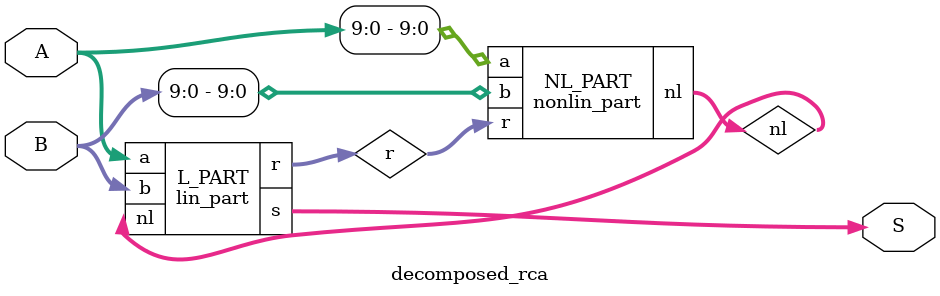
<source format=v>


module nonlin_part ( a, b, r, nl );
  input [9:0] a;
  input [9:0] b;
  input [7:0] r;
  output [27:0] nl;


  AN2D0 U1 ( .A1(r[1]), .A2(b[3]), .Z(nl[9]) );
  AN2D0 U2 ( .A1(a[3]), .A2(r[1]), .Z(nl[8]) );
  AN2D0 U3 ( .A1(a[3]), .A2(b[3]), .Z(nl[7]) );
  AN2D0 U4 ( .A1(r[0]), .A2(b[2]), .Z(nl[6]) );
  AN2D0 U5 ( .A1(a[2]), .A2(r[0]), .Z(nl[5]) );
  AN2D0 U6 ( .A1(a[2]), .A2(b[2]), .Z(nl[4]) );
  AN2D0 U7 ( .A1(b[1]), .A2(nl[0]), .Z(nl[3]) );
  AN2D0 U8 ( .A1(a[1]), .A2(nl[0]), .Z(nl[2]) );
  AN2D0 U9 ( .A1(r[7]), .A2(b[9]), .Z(nl[27]) );
  AN2D0 U10 ( .A1(a[9]), .A2(r[7]), .Z(nl[26]) );
  AN2D0 U11 ( .A1(a[9]), .A2(b[9]), .Z(nl[25]) );
  AN2D0 U12 ( .A1(r[6]), .A2(b[8]), .Z(nl[24]) );
  AN2D0 U13 ( .A1(a[8]), .A2(r[6]), .Z(nl[23]) );
  AN2D0 U14 ( .A1(a[8]), .A2(b[8]), .Z(nl[22]) );
  AN2D0 U15 ( .A1(r[5]), .A2(b[7]), .Z(nl[21]) );
  AN2D0 U16 ( .A1(a[7]), .A2(r[5]), .Z(nl[20]) );
  AN2D0 U17 ( .A1(a[1]), .A2(b[1]), .Z(nl[1]) );
  AN2D0 U18 ( .A1(a[7]), .A2(b[7]), .Z(nl[19]) );
  AN2D0 U19 ( .A1(r[4]), .A2(b[6]), .Z(nl[18]) );
  AN2D0 U20 ( .A1(a[6]), .A2(r[4]), .Z(nl[17]) );
  AN2D0 U21 ( .A1(a[6]), .A2(b[6]), .Z(nl[16]) );
  AN2D0 U22 ( .A1(r[3]), .A2(b[5]), .Z(nl[15]) );
  AN2D0 U23 ( .A1(a[5]), .A2(r[3]), .Z(nl[14]) );
  AN2D0 U24 ( .A1(a[5]), .A2(b[5]), .Z(nl[13]) );
  AN2D0 U25 ( .A1(r[2]), .A2(b[4]), .Z(nl[12]) );
  AN2D0 U26 ( .A1(a[4]), .A2(r[2]), .Z(nl[11]) );
  AN2D0 U27 ( .A1(a[4]), .A2(b[4]), .Z(nl[10]) );
  AN2D0 U28 ( .A1(b[0]), .A2(a[0]), .Z(nl[0]) );
endmodule


module lin_part ( a, b, nl, s, r );
  input [10:0] a;
  input [10:0] b;
  input [27:0] nl;
  output [10:0] s;
  output [7:0] r;
  wire   n1;

  XOR3D0 U1 ( .A1(b[9]), .A2(a[9]), .A3(r[7]), .Z(s[9]) );
  XOR3D0 U2 ( .A1(b[8]), .A2(a[8]), .A3(r[6]), .Z(s[8]) );
  XOR3D0 U3 ( .A1(b[7]), .A2(a[7]), .A3(r[5]), .Z(s[7]) );
  XOR3D0 U4 ( .A1(b[6]), .A2(a[6]), .A3(r[4]), .Z(s[6]) );
  XOR3D0 U5 ( .A1(b[5]), .A2(a[5]), .A3(r[3]), .Z(s[5]) );
  XOR3D0 U6 ( .A1(b[4]), .A2(a[4]), .A3(r[2]), .Z(s[4]) );
  XOR3D0 U7 ( .A1(b[3]), .A2(a[3]), .A3(r[1]), .Z(s[3]) );
  XOR3D0 U8 ( .A1(b[2]), .A2(a[2]), .A3(r[0]), .Z(s[2]) );
  XOR3D0 U9 ( .A1(nl[0]), .A2(b[1]), .A3(a[1]), .Z(s[1]) );
  XOR3D0 U10 ( .A1(b[10]), .A2(a[10]), .A3(n1), .Z(s[10]) );
  XOR3D0 U11 ( .A1(nl[27]), .A2(nl[26]), .A3(nl[25]), .Z(n1) );
  XOR2D0 U12 ( .A1(b[0]), .A2(a[0]), .Z(s[0]) );
  XOR3D0 U13 ( .A1(nl[24]), .A2(nl[23]), .A3(nl[22]), .Z(r[7]) );
  XOR3D0 U14 ( .A1(nl[21]), .A2(nl[20]), .A3(nl[19]), .Z(r[6]) );
  XOR3D0 U15 ( .A1(nl[18]), .A2(nl[17]), .A3(nl[16]), .Z(r[5]) );
  XOR3D0 U16 ( .A1(nl[15]), .A2(nl[14]), .A3(nl[13]), .Z(r[4]) );
  XOR3D0 U17 ( .A1(nl[12]), .A2(nl[11]), .A3(nl[10]), .Z(r[3]) );
  XOR3D0 U18 ( .A1(nl[9]), .A2(nl[8]), .A3(nl[7]), .Z(r[2]) );
  XOR3D0 U19 ( .A1(nl[6]), .A2(nl[5]), .A3(nl[4]), .Z(r[1]) );
  XOR3D0 U20 ( .A1(nl[3]), .A2(nl[2]), .A3(nl[1]), .Z(r[0]) );
endmodule


module decomposed_rca ( A, B, S );
  input [10:0] A;
  input [10:0] B;
  output [10:0] S;

  wire   [7:0] r;
  wire   [27:0] nl;

  nonlin_part NL_PART ( .a(A[9:0]), .b(B[9:0]), .r(r), .nl(nl) );
  lin_part L_PART ( .a(A), .b(B), .nl(nl), .s(S), .r(r) );
endmodule


</source>
